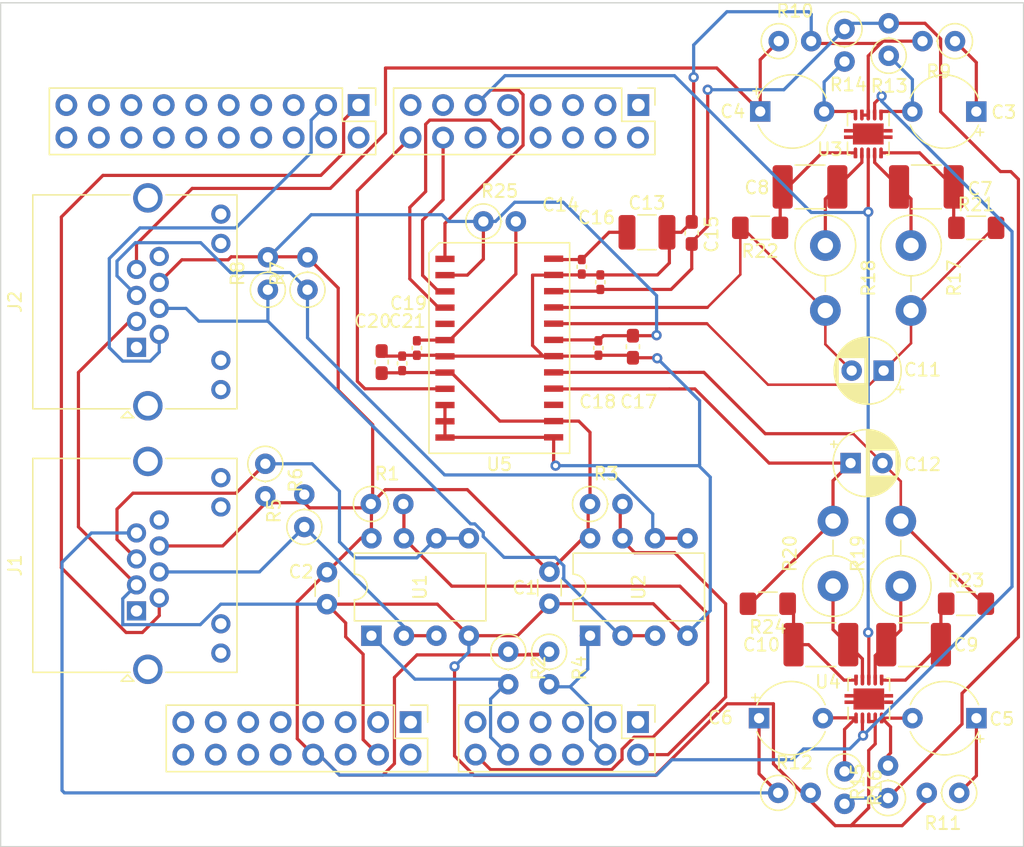
<source format=kicad_pcb>
(kicad_pcb (version 20211014) (generator pcbnew)
  (layers (0 "F.Cu" signal) (31 "B.Cu" signal) (34 "B.Paste" user) (35 "F.Paste" user) (36 "B.SilkS" user "B.Silkscreen") (37 "F.SilkS" user "F.Silkscreen") (38 "B.Mask" user) (39 "F.Mask" user) (44 "Edge.Cuts" user))
  (net 0 "")
  (net 1 "GND")
  (net 2 "/D7")
  (net 3 "+5V")
  (net 4 "/D6")
  (net 5 "/A6B")
  (net 6 "/A7B")
  (net 7 "/A8B")
  (net 8 "/A9B")
  (net 9 "/A10B")
  (net 10 "J2_Audio")
  (net 11 "/A11B")
  (net 12 "/P3V3")
  (net 13 "/A12B")
  (net 14 "/A13B")
  (net 15 "/A5B")
  (net 16 "/A4B")
  (net 17 "/A3")
  (net 18 "/A3B")
  (net 19 "/A2")
  (net 20 "/A2B")
  (net 21 "/A1B")
  (net 22 "/A0B")
  (net 23 "J1_Audio")
  (net 24 "AINR-")
  (net 25 "/D0B")
  (net 26 "/D0")
  (net 27 "/D1B")
  (net 28 "/D1")
  (net 29 "/D2B")
  (net 30 "/D2")
  (net 31 "/D3B")
  (net 32 "/D3")
  (net 33 "AINR+")
  (net 34 "/D4")
  (net 35 "/D5B")
  (net 36 "AINL+")
  (net 37 "AINL-")
  (net 38 "A5")
  (net 39 "A4")
  (net 40 "A1")
  (net 41 "A0")
  (net 42 "SDA1")
  (net 43 "SCL1")
  (net 44 "SCL2")
  (net 45 "SDA2")
  (net 50 "Net-(C3-Pad2)")
  (net 51 "Net-(C4-Pad2)")
  (net 52 "Net-(C5-Pad2)")
  (net 53 "Net-(C6-Pad2)")
  (net 54 "Net-(C7-Pad1)")
  (net 55 "Net-(C7-Pad2)")
  (net 56 "Net-(C8-Pad1)")
  (net 57 "Net-(C8-Pad2)")
  (net 58 "Net-(C9-Pad1)")
  (net 59 "Net-(C9-Pad2)")
  (net 60 "Net-(C10-Pad1)")
  (net 61 "Net-(C10-Pad2)")
  (net 62 "D8")
  (net 63 "D9")
  (net 64 "Net-(C13-Pad1)")
  (net 65 "D5")
  (net 68 "D6B")
  (net 69 "/AD8")
  (net 70 "/AD9")
  (net 71 "/D10")
  (net 72 "/AD10")
  (net 73 "/D11")
  (net 74 "/AD11")
  (net 75 "/D12")
  (net 76 "/AD12")
  (net 77 "/D13")
  (net 78 "/AD13")
  (net 79 "/AD14")
  (net 80 "/AREF")
  (net 81 "/D14")
  (net 82 "/AD16")
  (net 83 "/D15")
  (net 84 "/AD17")
  (net 85 "D7B")
  (net 86 "VQ")
  (net 87 "Net-(C3-Pad1)")
  (net 88 "Net-(C5-Pad1)")
  (net 93 "D4B")
  (net 95 "/VD")
  (net 96 "/MCLK")
  (net 97 "/OVFL")
  (footprint "Package_DIP:DIP-8_W7.62mm" (layer "F.Cu") (at 118.1 111.5 90)
    (fp_text reference "U2")
    (fp_text value "P82B96")
  )
  (footprint "Resistor_THT:R_Axial_DIN0207_L6.3mm_D2.5mm_P2.54mm_Vertical" (layer "F.Cu") (at 138 122.11 -90)
    (fp_text reference "R16")
    (fp_text value "10k")
  )
  (footprint "Package_DIP:DIP-8_W7.62mm" (layer "F.Cu") (at 101 111.5 90)
    (fp_text reference "U1")
    (fp_text value "P82B96")
  )
  (footprint "Resistor_SMD:R_1206_3216Metric_Pad1.30x1.75mm_HandSolder" (layer "F.Cu") (at 131.4 79.6 180)
    (fp_text reference "R22")
    (fp_text value "634")
  )
  (footprint "Capacitor_THT:CP_Radial_Tantal_D5.5mm_P5.00mm" (layer "F.Cu") (at 148.315 117.95 180)
    (fp_text reference "C5")
    (fp_text value "10 uF")
  )
  (footprint "Package_SON:Texas_S-PVSON-N10" (layer "F.Cu") (at 139.9 116.45 90)
    (fp_text reference "U4")
    (fp_text value "OPA1622")
  )
  (footprint "Capacitor_SMD:C_0402_1005Metric_Pad0.74x0.62mm_HandSolder" (layer "F.Cu") (at 118.75 89 90)
    (fp_text reference "C18")
    (fp_text value "0.01uF")
  )
  (footprint "Capacitor_SMD:C_1812_4532Metric_Pad1.57x3.40mm_HandSolder" (layer "F.Cu") (at 135.3 76.4 180)
    (fp_text reference "C8")
    (fp_text value "COG 470pF")
  )
  (footprint "Resistor_THT:R_Axial_DIN0207_L6.3mm_D2.5mm_P2.54mm_Vertical" (layer "F.Cu") (at 92.9 84.445 90)
    (fp_text reference "R8")
    (fp_text value "5K1")
  )
  (footprint "Capacitor_SMD:C_1812_4532Metric_Pad1.57x3.40mm_HandSolder" (layer "F.Cu") (at 136.15 112.2 180)
    (fp_text reference "C10")
    (fp_text value "COG 470pF")
  )
  (footprint "Resistor_THT:R_Axial_DIN0207_L6.3mm_D2.5mm_P2.54mm_Vertical" (layer "F.Cu") (at 138 64.055 -90)
    (fp_text reference "R14")
    (fp_text value "10k")
  )
  (footprint "Resistor_THT:R_Axial_DIN0414_L11.9mm_D4.5mm_P5.08mm_Vertical" (layer "F.Cu") (at 137.1 107.615 90)
    (fp_text reference "R20")
    (fp_text value "91")
  )
  (footprint "NewLib:SOIC-24" (layer "F.Cu") (at 111 89 -90)
    (fp_text reference "U5")
    (fp_text value "CS5381K")
  )
  (footprint "Connector_RJ:RJ45_Amphenol_RJHSE538X" (layer "F.Cu") (at 82.625 88.95 90)
    (fp_text reference "J2")
    (fp_text value "RJ45")
  )
  (footprint "Resistor_THT:R_Axial_DIN0207_L6.3mm_D2.5mm_P2.54mm_Vertical" (layer "F.Cu") (at 100.955 101.2)
    (fp_text reference "R1")
    (fp_text value "330")
  )
  (footprint "Resistor_THT:R_Axial_DIN0207_L6.3mm_D2.5mm_P2.54mm_Vertical" (layer "F.Cu") (at 141.45625 66.145 90)
    (fp_text reference "R13")
    (fp_text value "10k")
  )
  (footprint "Capacitor_SMD:C_0402_1005Metric_Pad0.74x0.62mm_HandSolder" (layer "F.Cu") (at 118.9 83.85 -90)
    (fp_text reference "C16")
    (fp_text value "0.01uF")
  )
  (footprint "Capacitor_SMD:C_1812_4532Metric_Pad1.57x3.40mm_HandSolder" (layer "F.Cu") (at 144.4 76.4)
    (fp_text reference "C7")
    (fp_text value "COG 470pF")
  )
  (footprint "Connector_PinHeader_2.54mm:PinHeader_2x06_P2.54mm_Vertical" (layer "F.Cu") (at 121.844 118.26 -90)
    (fp_text reference "J4" hide)
    (fp_text value "J4")
  )
  (footprint "Capacitor_THT:C_Disc_D3.0mm_W1.6mm_P2.50mm" (layer "F.Cu") (at 114.92 106.5 -90)
    (fp_text reference "C1")
    (fp_text value "C")
  )
  (footprint "Resistor_THT:R_Axial_DIN0414_L11.9mm_D4.5mm_P5.08mm_Vertical" (layer "F.Cu") (at 142.4 107.615 90)
    (fp_text reference "R19")
    (fp_text value "91")
  )
  (footprint "Resistor_THT:R_Axial_DIN0207_L6.3mm_D2.5mm_P2.54mm_Vertical" (layer "F.Cu") (at 118.095 101.2)
    (fp_text reference "R3")
    (fp_text value "330")
  )
  (footprint "Capacitor_SMD:C_1812_4532Metric_Pad1.57x3.40mm_HandSolder" (layer "F.Cu") (at 143.4 112.2)
    (fp_text reference "C9")
    (fp_text value "COG 470pF")
  )
  (footprint "Capacitor_SMD:C_1210_3225Metric_Pad1.33x2.70mm_HandSolder" (layer "F.Cu") (at 122.55 79.95)
    (fp_text reference "C13")
    (fp_text value "220uF")
  )
  (footprint "Resistor_SMD:R_1206_3216Metric_Pad1.30x1.75mm_HandSolder" (layer "F.Cu") (at 132 109 180)
    (fp_text reference "R24")
    (fp_text value "634")
  )
  (footprint "Capacitor_SMD:C_0402_1005Metric_Pad0.74x0.62mm_HandSolder" (layer "F.Cu") (at 104.55 89 -90)
    (fp_text reference "C19")
    (fp_text value "0.01uF")
  )
  (footprint "Resistor_THT:R_Axial_DIN0207_L6.3mm_D2.5mm_P2.54mm_Vertical" (layer "F.Cu") (at 146.64 65 180)
    (fp_text reference "R9")
    (fp_text value "100k")
  )
  (footprint "Capacitor_SMD:C_0603_1608Metric_Pad1.08x0.95mm_HandSolder" (layer "F.Cu") (at 126.05 80 90)
    (fp_text reference "C15")
    (fp_text value "1uF")
  )
  (footprint "Capacitor_SMD:C_0402_1005Metric_Pad0.74x0.62mm_HandSolder" (layer "F.Cu") (at 117.45 82.65 -90)
    (fp_text reference "C14")
    (fp_text value "0.01uF")
  )
  (footprint "Capacitor_SMD:C_0402_1005Metric_Pad0.74x0.62mm_HandSolder" (layer "F.Cu") (at 103.4 90.2 -90)
    (fp_text reference "C21")
    (fp_text value "0.01uF")
  )
  (footprint "Connector_PinHeader_2.54mm:PinHeader_2x10_P2.54mm_Vertical" (layer "F.Cu") (at 100 70 -90)
    (fp_text reference "J5" hide)
    (fp_text value "J2")
  )
  (footprint "Connector_RJ:RJ45_Amphenol_RJHSE538X" (layer "F.Cu") (at 82.625 109.56 90)
    (fp_text reference "J1")
    (fp_text value "RJ45")
  )
  (footprint "Capacitor_THT:C_Disc_D3.0mm_W1.6mm_P2.50mm" (layer "F.Cu") (at 97.52 106.534 -90)
    (fp_text reference "C2")
    (fp_text value "C")
  )
  (footprint "Package_SON:Texas_S-PVSON-N10" (layer "F.Cu") (at 139.85625 72.25875 -90)
    (fp_text reference "U3")
    (fp_text value "OPA1622")
  )
  (footprint "Resistor_THT:R_Axial_DIN0207_L6.3mm_D2.5mm_P2.54mm_Vertical" (layer "F.Cu") (at 111.7 112.755 -90)
    (fp_text reference "R2")
    (fp_text value "330")
  )
  (footprint "Resistor_THT:R_Axial_DIN0207_L6.3mm_D2.5mm_P2.54mm_Vertical" (layer "F.Cu") (at 114.9 112.755 -90)
    (fp_text reference "R4")
    (fp_text value "330")
  )
  (footprint "Connector_PinHeader_2.54mm:PinHeader_2x08_P2.54mm_Vertical" (layer "F.Cu") (at 121.844 70 -90)
    (fp_text reference "J6" hide)
    (fp_text value "J1")
  )
  (footprint "Resistor_THT:R_Axial_DIN0414_L11.9mm_D4.5mm_P5.08mm_Vertical" (layer "F.Cu") (at 143.2 80.985 -90)
    (fp_text reference "R17")
    (fp_text value "91")
  )
  (footprint "Capacitor_SMD:C_0603_1608Metric_Pad1.08x0.95mm_HandSolder" (layer "F.Cu") (at 121.45 88.9 -90)
    (fp_text reference "C17")
    (fp_text value "1uF")
  )
  (footprint "Capacitor_SMD:C_0603_1608Metric_Pad1.08x0.95mm_HandSolder" (layer "F.Cu") (at 101.8 90.1 90)
    (fp_text reference "C20")
    (fp_text value "1uF")
  )
  (footprint "Capacitor_THT:CP_Radial_Tantal_D5.5mm_P5.00mm" (layer "F.Cu") (at 131.315 117.95)
    (fp_text reference "C6")
    (fp_text value "10 uF")
  )
  (footprint "Resistor_THT:R_Axial_DIN0207_L6.3mm_D2.5mm_P2.54mm_Vertical" (layer "F.Cu") (at 132.855 65)
    (fp_text reference "R10")
    (fp_text value "100k")
  )
  (footprint "Resistor_THT:R_Axial_DIN0207_L6.3mm_D2.5mm_P2.54mm_Vertical" (layer "F.Cu") (at 92.7 98.055 -90)
    (fp_text reference "R6")
    (fp_text value "5K1")
  )
  (footprint "Capacitor_THT:CP_Radial_D5.0mm_P2.50mm" (layer "F.Cu") (at 141.060226 90.768974 180)
    (fp_text reference "C11")
    (fp_text value "2700pF")
  )
  (footprint "Capacitor_THT:CP_Radial_D5.0mm_P2.50mm" (layer "F.Cu") (at 138.47444 98)
    (fp_text reference "C12")
    (fp_text value "2700pF")
  )
  (footprint "Resistor_THT:R_Axial_DIN0207_L6.3mm_D2.5mm_P2.54mm_Vertical" (layer "F.Cu") (at 132.81 123.7925)
    (fp_text reference "R12")
    (fp_text value "100k")
  )
  (footprint "Resistor_THT:R_Axial_DIN0207_L6.3mm_D2.5mm_P2.54mm_Vertical" (layer "F.Cu") (at 141.4 124.2 90)
    (fp_text reference "R15")
    (fp_text value "10k")
  )
  (footprint "Capacitor_THT:CP_Radial_Tantal_D5.5mm_P5.00mm" (layer "F.Cu") (at 131.40625 70.5)
    (fp_text reference "C4")
    (fp_text value "10 uF")
  )
  (footprint "Resistor_THT:R_Axial_DIN0207_L6.3mm_D2.5mm_P2.54mm_Vertical" (layer "F.Cu") (at 109.755 79.1)
    (fp_text reference "R25")
    (fp_text value "5k1")
  )
  (footprint "Resistor_THT:R_Axial_DIN0414_L11.9mm_D4.5mm_P5.08mm_Vertical" (layer "F.Cu") (at 136.5 80.985 -90)
    (fp_text reference "R18")
    (fp_text value "91")
  )
  (footprint "Capacitor_THT:CP_Radial_Tantal_D5.5mm_P5.00mm" (layer "F.Cu") (at 148.30625 70.50875 180)
    (fp_text reference "C3")
    (fp_text value "10 uF")
  )
  (footprint "Connector_PinHeader_2.54mm:PinHeader_2x08_P2.54mm_Vertical" (layer "F.Cu") (at 104.064 118.26 -90)
    (fp_text reference "J3" hide)
    (fp_text value "J3")
  )
  (footprint "Resistor_SMD:R_1206_3216Metric_Pad1.30x1.75mm_HandSolder" (layer "F.Cu") (at 147.5 109)
    (fp_text reference "R23")
    (fp_text value "634")
  )
  (footprint "Resistor_SMD:R_1206_3216Metric_Pad1.30x1.75mm_HandSolder" (layer "F.Cu") (at 148.3 79.6)
    (fp_text reference "R21")
    (fp_text value "634")
  )
  (footprint "Resistor_THT:R_Axial_DIN0207_L6.3mm_D2.5mm_P2.54mm_Vertical" (layer "F.Cu") (at 146.97 123.7925 180)
    (fp_text reference "R11")
    (fp_text value "100k")
  )
  (footprint "Resistor_THT:R_Axial_DIN0207_L6.3mm_D2.5mm_P2.54mm_Vertical" (layer "F.Cu") (at 95.75 103 90)
    (fp_text reference "R5")
    (fp_text value "5K1")
  )
  (footprint "Resistor_THT:R_Axial_DIN0207_L6.3mm_D2.5mm_P2.54mm_Vertical" (layer "F.Cu") (at 96 84.445 90)
    (fp_text reference "R7")
    (fp_text value "5K1")
  )
  (gr_rect (start 72 62) (end 152 128) (layer "Edge.Cuts") (width 0.1) (fill none))
  (segment (start 139.89 124.422069) (end 139.89 120.4725) (width 0.25) (layer "F.Cu") (net 1))
  (segment (start 113.6 83.3) (end 113.6 88.8) (width 0.25) (layer "F.Cu") (net 1))
  (segment (start 140.830259 65.18) (end 135.575 65.18) (width 0.25) (layer "F.Cu") (net 1))
  (segment (start 137.2725 126.355) (end 137.15875 126.24125) (width 0.25) (layer "F.Cu") (net 1))
  (segment (start 115.25 95.985) (end 106.765 95.985) (width 0.25) (layer "F.Cu") (net 1))
  (segment (start 106.765 95.985) (end 106.75 96) (width 0.25) (layer "F.Cu") (net 1))
  (segment (start 98.984 111.584) (end 98.984 110.498) (width 0.25) (layer "F.Cu") (net 1))
  (segment (start 78.084999 102.987999) (end 78.084999 90.911572) (width 0.25) (layer "F.Cu") (net 1))
  (segment (start 135.575 65.18) (end 135.395 65) (width 0.25) (layer "F.Cu") (net 1))
  (segment (start 124.3 82.35) (end 124.3 80.1375) (width 0.25) (layer "F.Cu") (net 1))
  (segment (start 125.2375 79.95) (end 126.05 79.1375) (width 0.25) (layer "F.Cu") (net 1))
  (segment (start 106.765 89.635) (end 106.75 89.65) (width 0.25) (layer "F.Cu") (net 1))
  (segment (start 140.4 118.21) (end 139.9 118.21) (width 0.25) (layer "F.Cu") (net 1))
  (segment (start 104.55 89.5675) (end 106.6675 89.5675) (width 0.25) (layer "F.Cu") (net 1))
  (segment (start 139.85625 70.49875) (end 139.85625 66.154009) (width 0.25) (layer "F.Cu") (net 1))
  (segment (start 104.55 89.5675) (end 103.465 89.5675) (width 0.25) (layer "F.Cu") (net 1))
  (segment (start 141.010259 65) (end 144.1 65) (width 0.25) (layer "F.Cu") (net 1))
  (segment (start 140.4 119.9625) (end 140.4 118.21) (width 0.25) (layer "F.Cu") (net 1))
  (segment (start 137.15875 126.24125) (end 132.44 121.5225) (width 0.25) (layer "F.Cu") (net 1))
  (segment (start 106.6675 89.5675) (end 106.75 89.65) (width 0.25) (layer "F.Cu") (net 1))
  (segment (start 115.25 89.635) (end 118.6825 89.635) (width 0.25) (layer "F.Cu") (net 1))
  (segment (start 126.2 78.9875) (end 126.05 79.1375) (width 0.25) (layer "F.Cu") (net 1))
  (segment (start 101.524 120.8) (end 100.349 119.625) (width 0.25) (layer "F.Cu") (net 1))
  (segment (start 142.5075 126.355) (end 145.07 123.7925) (width 0.25) (layer "F.Cu") (net 1))
  (segment (start 100.349 112.949) (end 98.984 111.584) (width 0.25) (layer "F.Cu") (net 1))
  (segment (start 107.5 113.9) (end 107.6 113.8) (width 0.25) (layer "F.Cu") (net 1))
  (segment (start 138.503491 126.355) (end 137.2725 126.355) (width 0.25) (layer "F.Cu") (net 1))
  (segment (start 121.255 89.5675) (end 121.45 89.7625) (width 0.25) (layer "F.Cu") (net 1))
  (segment (start 138.503491 126.355) (end 142.5075 126.355) (width 0.25) (layer "F.Cu") (net 1))
  (segment (start 139.85625 66.154009) (end 141.010259 65) (width 0.25) (layer "F.Cu") (net 1))
  (segment (start 124.1125 79.95) (end 125.2375 79.95) (width 0.25) (layer "F.Cu") (net 1))
  (segment (start 115.25 83.285) (end 123.365 83.285) (width 0.25) (layer "F.Cu") (net 1))
  (segment (start 128.811396 116.825) (end 123.211396 122.425) (width 0.25) (layer "F.Cu") (net 1))
  (segment (start 121.45 89.7625) (end 123.3125 89.7625) (width 0.25) (layer "F.Cu") (net 1))
  (segment (start 108.62 111.5) (end 112.42 111.5) (width 0.25) (layer "F.Cu") (net 1))
  (segment (start 139.886466 124.972025) (end 138.503491 126.355) (width 0.25) (layer "F.Cu") (net 1))
  (segment (start 123.211396 122.425) (end 109.025 122.425) (width 0.25) (layer "F.Cu") (net 1))
  (segment (start 139.886466 124.518534) (end 139.886466 124.972025) (width 0.25) (layer "F.Cu") (net 1))
  (segment (start 112.42 111.5) (end 114.92 109) (width 0.25) (layer "F.Cu") (net 1))
  (segment (start 123.04 109) (end 125.54 111.5) (width 0.25) (layer "F.Cu") (net 1))
  (segment (start 107.5 120.9) (end 107.5 113.9) (width 0.25) (layer "F.Cu") (net 1))
  (segment (start 115.25 95.985) (end 115.25 98.05) (width 0.25) (layer "F.Cu") (net 1))
  (segment (start 123.3125 89.7625) (end 123.35 89.8) (width 0.25) (layer "F.Cu") (net 1))
  (segment (start 141.010259 65) (end 140.830259 65.18) (width 0.25) (layer "F.Cu") (net 1))
  (segment (start 100.349 119.625) (end 100.349 112.949) (width 0.25) (layer "F.Cu") (net 1))
  (segment (start 139.89 120.4725) (end 140.4 119.9625) (width 0.25) (layer "F.Cu") (net 1))
  (segment (start 113.6 88.8) (end 114.435 89.635) (width 0.25) (layer "F.Cu") (net 1))
  (segment (start 139.35625 70.78375) (end 139.85625 70.78375) (width 0.25) (layer "F.Cu") (net 1))
  (segment (start 109.025 122.425) (end 107.5 120.9) (width 0.25) (layer "F.Cu") (net 1))
  (segment (start 115.235 83.3) (end 113.6 83.3) (width 0.25) (layer "F.Cu") (net 1))
  (segment (start 106.75 96) (end 106.75 93.46) (width 0.25) (layer "F.Cu") (net 1))
  (segment (start 114.92 109) (end 123.04 109) (width 0.25) (layer "F.Cu") (net 1))
  (segment (start 118.6825 89.635) (end 118.75 89.5675) (width 0.25) (layer "F.Cu") (net 1))
  (segment (start 106.154 109.034) (end 108.62 111.5) (width 0.25) (layer "F.Cu") (net 1))
  (segment (start 132.44 121.5225) (end 132.44 116.825) (width 0.25) (layer "F.Cu") (net 1))
  (segment (start 132.44 116.825) (end 128.811396 116.825) (width 0.25) (layer "F.Cu") (net 1))
  (segment (start 115.25 89.635) (end 106.765 89.635) (width 0.25) (layer "F.Cu") (net 1))
  (segment (start 115.25 98.05) (end 115.4 98.2) (width 0.25) (layer "F.Cu") (net 1))
  (segment (start 97.52 109.034) (end 106.154 109.034) (width 0.25) (layer "F.Cu") (net 1))
  (segment (start 102.195 89.6325) (end 101.8 89.2375) (width 0.25) (layer "F.Cu") (net 1))
  (segment (start 123.365 83.285) (end 124.3 82.35) (width 0.25) (layer "F.Cu") (net 1))
  (segment (start 82.078571 86.918) (end 82.625 86.918) (width 0.25) (layer "F.Cu") (net 1))
  (segment (start 137.15875 126.24125) (end 134.71 123.7925) (width 0.25) (layer "F.Cu") (net 1))
  (segment (start 98.984 110.498) (end 97.52 109.034) (width 0.25) (layer "F.Cu") (net 1))
  (segment (start 103.465 89.5675) (end 103.4 89.6325) (width 0.25) (layer "F.Cu") (net 1))
  (segment (start 124.3 80.1375) (end 124.1125 79.95) (width 0.25) (layer "F.Cu") (net 1))
  (segment (start 126.2 67.8245) (end 126.2 78.9875) (width 0.25) (layer "F.Cu") (net 1))
  (segment (start 115.25 83.285) (end 115.235 83.3) (width 0.25) (layer "F.Cu") (net 1))
  (segment (start 118.75 89.5675) (end 121.255 89.5675) (width 0.25) (layer "F.Cu") (net 1))
  (segment (start 103.4 89.6325) (end 102.195 89.6325) (width 0.25) (layer "F.Cu") (net 1))
  (segment (start 82.625 107.528) (end 78.084999 102.987999) (width 0.25) (layer "F.Cu") (net 1))
  (segment (start 78.084999 90.911572) (end 82.078571 86.918) (width 0.25) (layer "F.Cu") (net 1))
  (via (at 107.5 113.9) (size 0.8) (drill 0.4) (layers "F.Cu" "B.Cu") (net 1))
  (via (at 115.4 98.2) (size 0.8) (drill 0.4) (layers "F.Cu" "B.Cu") (net 1))
  (via (at 123.35 89.8) (size 0.8) (drill 0.4) (layers "F.Cu" "B.Cu") (net 1))
  (via (at 126.2 67.8245) (size 0.8) (drill 0.4) (layers "F.Cu" "B.Cu") (net 1))
  (segment (start 107.5 113.9) (end 108.62 112.78) (width 0.25) (layer "B.Cu") (net 1))
  (segment (start 115.4 98.2) (end 126.6 98.2) (width 0.25) (layer "B.Cu") (net 1))
  (segment (start 81.55 110.635) (end 87.615 110.635) (width 0.25) (layer "B.Cu") (net 1))
  (segment (start 123.35 89.8) (end 126.665 93.115) (width 0.25) (layer "B.Cu") (net 1))
  (segment (start 126.2 65.3) (end 128.8 62.7) (width 0.25) (layer "B.Cu") (net 1))
  (segment (start 108.62 112.78) (end 108.62 111.5) (width 0.25) (layer "B.Cu") (net 1))
  (segment (start 128.8 62.7) (end 135.2 62.7) (width 0.25) (layer "B.Cu") (net 1))
  (segment (start 126.665 93.115) (end 126.665 98.135) (width 0.25) (layer "B.Cu") (net 1))
  (segment (start 89.216 109.034) (end 97.52 109.034) (width 0.25) (layer "B.Cu") (net 1))
  (segment (start 126.6 98.2) (end 126.665 98.135) (width 0.25) (layer "B.Cu") (net 1))
  (segment (start 125.54 111.5) (end 127.5 109.54) (width 0.25) (layer "B.Cu") (net 1))
  (segment (start 81.55 108.603) (end 81.55 110.635) (width 0.25) (layer "B.Cu") (net 1))
  (segment (start 82.625 107.528) (end 81.55 108.603) (width 0.25) (layer "B.Cu") (net 1))
  (segment (start 126.2 67.8245) (end 126.2 65.3) (width 0.25) (layer "B.Cu") (net 1))
  (segment (start 135.2 62.7) (end 135.395 62.895) (width 0.25) (layer "B.Cu") (net 1))
  (segment (start 87.615 110.635) (end 89.216 109.034) (width 0.25) (layer "B.Cu") (net 1))
  (segment (start 127.5 109.54) (end 127.5 99.1) (width 0.25) (layer "B.Cu") (net 1))
  (segment (start 127.5 99.1) (end 126.6 98.2) (width 0.25) (layer "B.Cu") (net 1))
  (segment (start 135.395 62.895) (end 135.395 65) (width 0.25) (layer "B.Cu") (net 1))
  (segment (start 140.35625 70.78375) (end 140.35625 69.84375) (width 0.25) (layer "F.Cu") (net 3))
  (segment (start 140.35625 69.84375) (end 140.9 69.3) (width 0.25) (layer "F.Cu") (net 3))
  (segment (start 95.75 101.1) (end 92.75 101.1) (width 0.25) (layer "F.Cu") (net 3))
  (segment (start 106.75 90.92) (end 107.25 90.92) (width 0.25) (layer "F.Cu") (net 3))
  (segment (start 117.95019 103.46981) (end 114.92 106.5) (width 0.25) (layer "F.Cu") (net 3))
  (segment (start 113.2 113) (end 113.245 112.955) (width 0.25) (layer "F.Cu") (net 3))
  (segment (start 95.2 108.854) (end 97.52 106.534) (width 0.25) (layer "F.Cu") (net 3))
  (segment (start 104.56115 113) (end 102.8 114.76115) (width 0.25) (layer "F.Cu") (net 3))
  (segment (start 89.37 104.48) (end 92.929302 100.920698) (width 0.25) (layer "F.Cu") (net 3))
  (segment (start 103.5525 90.92) (end 103.4 90.7675) (width 0.25) (layer "F.Cu") (net 3))
  (segment (start 98.5 122.4) (end 96.9 120.8) (width 0.25) (layer "F.Cu") (net 3))
  (segment (start 86.175 82.1) (end 89.8 82.1) (width 0.25) (layer "F.Cu") (net 3))
  (segment (start 102.8 114.76115) (end 102.8 121.5) (width 0.25) (layer "F.Cu") (net 3))
  (segment (start 117.95019 101.303718) (end 117.95019 103.46981) (width 0.25) (layer "F.Cu") (net 3))
  (segment (start 101.095 101.5) (end 96.15 101.5) (width 0.25) (layer "F.Cu") (net 3))
  (segment (start 114 113) (end 113.2 113) (width 0.25) (layer "F.Cu") (net 3))
  (segment (start 108.5 83.3) (end 106.75 83.3) (width 0.25) (layer "F.Cu") (net 3))
  (segment (start 139.4 119.2625) (end 139.45 119.3125) (width 0.25) (layer "F.Cu") (net 3))
  (segment (start 89.37 104.48) (end 84.405 104.48) (width 0.25) (layer "F.Cu") (net 3))
  (segment (start 111.045 94.715) (end 115.25 94.715) (width 0.25) (layer "F.Cu") (net 3))
  (segment (start 89.8 82.1) (end 90.035 81.865) (width 0.25) (layer "F.Cu") (net 3))
  (segment (start 117.215 94.715) (end 115.25 94.715) (width 0.25) (layer "F.Cu") (net 3))
  (segment (start 102.8 121.5) (end 101.9 122.4) (width 0.25) (layer "F.Cu") (net 3))
  (segment (start 92.929302 100.920698) (end 92.929302 100.547906) (width 0.25) (layer "F.Cu") (net 3))
  (segment (start 95.96 81.865) (end 96 81.905) (width 0.25) (layer "F.Cu") (net 3))
  (segment (start 101 101.6) (end 101.1 101.5) (width 0.25) (layer "F.Cu") (net 3))
  (segment (start 117.54 103.88) (end 117.92 103.88) (width 0.25) (layer "F.Cu") (net 3))
  (segment (start 96 81.905) (end 98.4 84.305) (width 0.25) (layer "F.Cu") (net 3))
  (segment (start 113.245 112.955) (end 114.9 112.955) (width 0.25) (layer "F.Cu") (net 3))
  (segment (start 97.52 106.534) (end 100.174 103.88) (width 0.25) (layer "F.Cu") (net 3))
  (segment (start 121.45 88.0375) (end 123.2625 88.0375) (width 0.25) (layer "F.Cu") (net 3))
  (segment (start 119.145 88.0375) (end 118.75 88.4325) (width 0.25) (layer "F.Cu") (net 3))
  (segment (start 98.4 84.305) (end 98.4 92.3) (width 0.25) (layer "F.Cu") (net 3))
  (segment (start 90.035 81.865) (end 92.75 81.865) (width 0.25) (layer "F.Cu") (net 3))
  (segment (start 107.25 90.92) (end 111.045 94.715) (width 0.25) (layer "F.Cu") (net 3))
  (segment (start 109.755 82.045) (end 108.5 83.3) (width 0.25) (layer "F.Cu") (net 3))
  (segment (start 113.2 113) (end 104.56115 113) (width 0.25) (layer "F.Cu") (net 3))
  (segment (start 118.6825 88.365) (end 115.25 88.365) (width 0.25) (layer "F.Cu") (net 3))
  (segment (start 101 103.88) (end 101 101.6) (width 0.25) (layer "F.Cu") (net 3))
  (segment (start 139.4 118.21) (end 139.4 119.2625) (width 0.25) (layer "F.Cu") (net 3))
  (segment (start 92.75 81.865) (end 95.96 81.865) (width 0.25) (layer "F.Cu") (net 3))
  (segment (start 121.45 88.0375) (end 119.145 88.0375) (width 0.25) (layer "F.Cu") (net 3))
  (segment (start 92.929302 100.547906) (end 92.838198 100.456802) (width 0.25) (layer "F.Cu") (net 3))
  (segment (start 96.15 101.5) (end 95.75 101.1) (width 0.25) (layer "F.Cu") (net 3))
  (segment (start 96.444 120.8) (end 95.2 119.556) (width 0.25) (layer "F.Cu") (net 3))
  (segment (start 109.755 79.1) (end 109.755 82.045) (width 0.25) (layer "F.Cu") (net 3))
  (segment (start 123.2625 88.0375) (end 123.3 88) (width 0.25) (layer "F.Cu") (net 3))
  (segment (start 101.9 122.4) (end 98.5 122.4) (width 0.25) (layer "F.Cu") (net 3))
  (segment (start 101.095 94.995) (end 101.095 101.5) (width 0.25) (layer "F.Cu") (net 3))
  (segment (start 118.095 101.5) (end 118.095 95.595) (width 0.25) (layer "F.Cu") (net 3))
  (segment (start 106.75 90.92) (end 103.5525 90.92) (width 0.25) (layer "F.Cu") (net 3))
  (segment (start 118.75 88.4325) (end 118.6825 88.365) (width 0.25) (layer "F.Cu") (net 3))
  (segment (start 100.955 101.2) (end 102.08 100.075) (width 0.25) (layer "F.Cu") (net 3))
  (segment (start 98.4 92.3) (end 101.095 94.995) (width 0.25) (layer "F.Cu") (net 3))
  (segment (start 96.9 120.8) (end 96.444 120.8) (width 0.25) (layer "F.Cu") (net 3))
  (segment (start 84.405 83.87) (end 86.175 82.1) (width 0.25) (layer "F.Cu") (net 3))
  (segment (start 108.495 100.075) (end 114.92 106.5) (width 0.25) (layer "F.Cu") (net 3))
  (segment (start 103.23 90.9375) (end 103.4 90.7675) (width 0.25) (layer "F.Cu") (net 3))
  (segment (start 114.92 106.5) (end 117.54 103.88) (width 0.25) (layer "F.Cu") (net 3))
  (segment (start 102.08 100.075) (end 108.495 100.075) (width 0.25) (layer "F.Cu") (net 3))
  (segment (start 101.9 90.9375) (end 103.23 90.9375) (width 0.25) (layer "F.Cu") (net 3))
  (segment (start 100.174 103.88) (end 101 103.88) (width 0.25) (layer "F.Cu") (net 3))
  (segment (start 92.1 100.355) (end 92.479302 100.734302) (width 0.25) (layer "F.Cu") (net 3))
  (segment (start 95.2 119.556) (end 95.2 108.854) (width 0.25) (layer "F.Cu") (net 3))
  (segment (start 118.095 95.595) (end 117.215 94.715) (width 0.25) (layer "F.Cu") (net 3))
  (via (at 139.45 119.3125) (size 0.8) (drill 0.4) (layers "F.Cu" "B.Cu") (net 3))
  (via (at 123.3 88) (size 0.8) (drill 0.4) (layers "F.Cu" "B.Cu") (net 3))
  (via (at 140.9 69.3) (size 0.8) (drill 0.4) (layers "F.Cu" "B.Cu") (net 3))
  (segment (start 96.288604 78.575) (end 106.525 78.575) (width 0.25) (layer "B.Cu") (net 3))
  (segment (start 110.704009 79.1) (end 112.204009 77.6) (width 0.25) (layer "B.Cu") (net 3))
  (segment (start 134.797931 120.355) (end 138.4075 120.355) (width 0.25) (layer "B.Cu") (net 3))
  (segment (start 106.525 78.575) (end 107.05 79.1) (width 0.25) (layer "B.Cu") (net 3))
  (segment (start 98.5 122.4) (end 123.3 122.4) (width 0.25) (layer "B.Cu") (net 3))
  (segment (start 151.1 107.6625) (end 139.45 119.3125) (width 0.25) (layer "B.Cu") (net 3))
  (segment (start 123.3 122.4) (end 124.5 121.2) (width 0.25) (layer "B.Cu") (net 3))
  (segment (start 96.9 120.8) (end 98.5 122.4) (width 0.25) (layer "B.Cu") (net 3))
  (segment (start 96.444 120.8) (end 96.9 120.8) (width 0.25) (layer "B.Cu") (net 3))
  (segment (start 107.05 79.1) (end 110.704009 79.1) (width 0.25) (layer "B.Cu") (net 3))
  (segment (start 138.4075 120.355) (end 139.45 119.3125) (width 0.25) (layer "B.Cu") (net 3))
  (segment (start 140.9 69.3) (end 140.9 69.693491) (width 0.25) (layer "B.Cu") (net 3))
  (segment (start 123.3 84.9) (end 123.3 88) (width 0.25) (layer "B.Cu") (net 3))
  (segment (start 133.952931 121.2) (end 134.797931 120.355) (width 0.25) (layer "B.Cu") (net 3))
  (segment (start 116 77.6) (end 123.3 84.9) (width 0.25) (layer "B.Cu") (net 3))
  (segment (start 140.9 69.693491) (end 151.1 79.893491) (width 0.25) (layer "B.Cu") (net 3))
  (segment (start 124.5 121.2) (end 133.952931 121.2) (width 0.25) (layer "B.Cu") (net 3))
  (segment (start 92.75 82.113604) (end 96.288604 78.575) (width 0.25) (layer "B.Cu") (net 3))
  (segment (start 112.204009 77.6) (end 116 77.6) (width 0.25) (layer "B.Cu") (net 3))
  (segment (start 151.1 79.893491) (end 151.1 107.6625) (width 0.25) (layer "B.Cu") (net 3))
  (segment (start 97.782396 76.517604) (end 102.1 72.2) (width 0.25) (layer "F.Cu") (net 10))
  (segment (start 132.855 65) (end 131.40625 66.44875) (width 0.25) (layer "F.Cu") (net 10))
  (segment (start 131.40625 66.44875) (end 131.40625 70.75875) (width 0.25) (layer "F.Cu") (net 10))
  (segment (start 82.625 82.854) (end 82.625 80.875) (width 0.25) (layer "F.Cu") (net 10))
  (segment (start 102.1 72.2) (end 102.1 67.1) (width 0.25) (layer "F.Cu") (net 10))
  (segment (start 82.625 80.875) (end 86.982396 76.517604) (width 0.25) (layer "F.Cu") (net 10))
  (segment (start 128.00625 67.1) (end 131.40625 70.5) (width 0.25) (layer "F.Cu") (net 10))
  (segment (start 102.1 67.1) (end 128.00625 67.1) (width 0.25) (layer "F.Cu") (net 10))
  (segment (start 86.982396 76.517604) (end 97.782396 76.517604) (width 0.25) (layer "F.Cu") (net 10))
  (segment (start 131.315 117.95) (end 131.315 122.2975) (width 0.25) (layer "F.Cu") (net 23))
  (segment (start 131.315 122.2975) (end 132.81 123.7925) (width 0.25) (layer "F.Cu") (net 23))
  (segment (start 76.8 123.6) (end 76.8 105.763429) (width 0.25) (layer "B.Cu") (net 23))
  (segment (start 76.8 105.763429) (end 79.099429 103.464) (width 0.25) (layer "B.Cu") (net 23))
  (segment (start 76.9925 123.7925) (end 76.8 123.6) (width 0.25) (layer "B.Cu") (net 23))
  (segment (start 79.099429 103.464) (end 82.625 103.464) (width 0.25) (layer "B.Cu") (net 23))
  (segment (start 132.81 123.7925) (end 76.9925 123.7925) (width 0.25) (layer "B.Cu") (net 23))
  (segment (start 141.060226 90.768974) (end 139.960226 91.868974) (width 0.2) (layer "F.Cu") (net 24))
  (segment (start 139.960226 91.868974) (end 132.018974 91.868974) (width 0.2) (layer "F.Cu") (net 24))
  (segment (start 132.018974 91.868974) (end 127.245 87.095) (width 0.2) (layer "F.Cu") (net 24))
  (segment (start 149.665 79.6) (end 143.2 86.065) (width 0.2) (layer "F.Cu") (net 24))
  (segment (start 149.85 79.6) (end 149.665 79.6) (width 0.2) (layer "F.Cu") (net 24))
  (segment (start 143.2 88.6292) (end 141.060226 90.768974) (width 0.2) (layer "F.Cu") (net 24))
  (segment (start 127.245 87.095) (end 115.25 87.095) (width 0.25) (layer "F.Cu") (net 24))
  (segment (start 143.2 86.065) (end 143.2 88.6292) (width 0.2) (layer "F.Cu") (net 24))
  (segment (start 127.275 85.825) (end 115.25 85.825) (width 0.25) (layer "F.Cu") (net 33))
  (segment (start 127.275 85.825) (end 129.85 83.25) (width 0.2) (layer "F.Cu") (net 33))
  (segment (start 136.5 88.708748) (end 138.560226 90.768974) (width 0.2) (layer "F.Cu") (net 33))
  (segment (start 136.5 86.065) (end 136.5 88.708748) (width 0.2) (layer "F.Cu") (net 33))
  (segment (start 129.85 79.6) (end 130.035 79.6) (width 0.2) (layer "F.Cu") (net 33))
  (segment (start 129.85 83.25) (end 129.85 79.6) (width 0.2) (layer "F.Cu") (net 33))
  (segment (start 130.035 79.6) (end 136.5 86.065) (width 0.2) (layer "F.Cu") (net 33))
  (segment (start 124.3 92.2) (end 115.275 92.2) (width 0.25) (layer "F.Cu") (net 36))
  (segment (start 137.1 102.535) (end 137.1 99.37444) (width 0.25) (layer "F.Cu") (net 36))
  (segment (start 126.3 92.2) (end 132.1 98) (width 0.25) (layer "F.Cu") (net 36))
  (segment (start 115.275 92.2) (end 115.25 92.175) (width 0.25) (layer "F.Cu") (net 36))
  (segment (start 126.3 92.2) (end 124.3 92.2) (width 0.25) (layer "F.Cu") (net 36))
  (segment (start 130.635 109) (end 137.1 102.535) (width 0.25) (layer "F.Cu") (net 36))
  (segment (start 130.45 109) (end 130.635 109) (width 0.2) (layer "F.Cu") (net 36))
  (segment (start 137.1 99.37444) (end 138.47444 98) (width 0.25) (layer "F.Cu") (net 36))
  (segment (start 132.1 98) (end 138.47444 98) (width 0.25) (layer "F.Cu") (net 36))
  (segment (start 127.005 90.905) (end 125.845 90.905) (width 0.25) (layer "F.Cu") (net 37))
  (segment (start 142.4 102.535) (end 142.4 99.42556) (width 0.2) (layer "F.Cu") (net 37))
  (segment (start 149.05 109) (end 148.865 109) (width 0.2) (layer "F.Cu") (net 37))
  (segment (start 138.67444 95.7) (end 131.8 95.7) (width 0.25) (layer "F.Cu") (net 37))
  (segment (start 140.97444 98) (end 138.67444 95.7) (width 0.2) (layer "F.Cu") (net 37))
  (segment (start 142.4 99.42556) (end 140.97444 98) (width 0.2) (layer "F.Cu") (net 37))
  (segment (start 131.8 95.7) (end 127.005 90.905) (width 0.25) (layer "F.Cu") (net 37))
  (segment (start 115.25 90.905) (end 125.845 90.905) (width 0.25) (layer "F.Cu") (net 37))
  (segment (start 148.865 109) (end 142.4 102.535) (width 0.25) (layer "F.Cu") (net 37))
  (segment (start 124.705 105.005) (end 121.585 105.005) (width 0.25) (layer "F.Cu") (net 38))
  (segment (start 121.844 120.8) (end 124.2 120.8) (width 0.25) (layer "F.Cu") (net 38))
  (segment (start 124.2 120.8) (end 128.7 116.3) (width 0.25) (layer "F.Cu") (net 38))
  (segment (start 128.7 109) (end 124.705 105.005) (width 0.25) (layer "F.Cu") (net 38))
  (segment (start 120.46 101.675) (end 120.635 101.5) (width 0.25) (layer "F.Cu") (net 38))
  (segment (start 128.7 116.3) (end 128.7 109) (width 0.25) (layer "F.Cu") (net 38))
  (segment (start 121.585 105.005) (end 120.46 103.88) (width 0.25) (layer "F.Cu") (net 38))
  (segment (start 120.46 103.88) (end 120.46 101.675) (width 0.25) (layer "F.Cu") (net 38))
  (segment (start 117.92 114.114) (end 117.92 111.5) (width 0.25) (layer "B.Cu") (net 39))
  (segment (start 118.129 117.085) (end 116.539 115.495) (width 0.25) (layer "B.Cu") (net 39))
  (segment (start 116.539 115.495) (end 117.92 114.114) (width 0.25) (layer "B.Cu") (net 39))
  (segment (start 118.129 119.625) (end 119.304 120.8) (width 0.25) (layer "B.Cu") (net 39))
  (segment (start 116.539 115.495) (end 114.9 115.495) (width 0.25) (layer "B.Cu") (net 39))
  (segment (start 117.4 111.5) (end 117.92 111.5) (width 0.25) (layer "B.Cu") (net 39))
  (segment (start 118.129 117.085) (end 118.129 119.625) (width 0.25) (layer "B.Cu") (net 39))
  (segment (start 110.319 119.435) (end 111.684 120.8) (width 0.25) (layer "B.Cu") (net 40))
  (segment (start 110.319 116.449) (end 110.319 119.435) (width 0.25) (layer "B.Cu") (net 40))
  (segment (start 111.684 115.084) (end 111.5 114.9) (width 0.25) (layer "B.Cu") (net 40))
  (segment (start 111.684 115.084) (end 110.319 116.449) (width 0.25) (layer "B.Cu") (net 40))
  (segment (start 111.5 114.9) (end 104.4 114.9) (width 0.25) (layer "B.Cu") (net 40))
  (segment (start 104.4 114.9) (end 101 111.5) (width 0.25) (layer "B.Cu") (net 40))
  (segment (start 109.144 120.8) (end 110.319 121.975) (width 0.25) (layer "F.Cu") (net 41))
  (segment (start 103.54 101.245) (end 103.495 101.2) (width 0.25) (layer "F.Cu") (net 41))
  (segment (start 127.3 115.154) (end 127.3 109.8) (width 0.25) (layer "F.Cu") (net 41))
  (segment (start 119.790701 121.975) (end 120.6 121.165701) (width 0.25) (layer "F.Cu") (net 41))
  (segment (start 125.125 107.625) (end 127.3 109.8) (width 0.25) (layer "F.Cu") (net 41))
  (segment (start 110.319 121.975) (end 119.790701 121.975) (width 0.25) (layer "F.Cu") (net 41))
  (segment (start 107.285 107.625) (end 125.125 107.625) (width 0.25) (layer "F.Cu") (net 41))
  (segment (start 103.54 103.88) (end 107.285 107.625) (width 0.25) (layer "F.Cu") (net 41))
  (segment (start 121.547299 119.435) (end 123.019 119.435) (width 0.25) (layer "F.Cu") (net 41))
  (segment (start 103.54 103.88) (end 103.54 101.245) (width 0.25) (layer "F.Cu") (net 41))
  (segment (start 123.019 119.435) (end 127.3 115.154) (width 0.25) (layer "F.Cu") (net 41))
  (segment (start 120.6 120.382299) (end 121.547299 119.435) (width 0.25) (layer "F.Cu") (net 41))
  (segment (start 120.6 121.165701) (end 120.6 120.382299) (width 0.25) (layer "F.Cu") (net 41))
  (segment (start 103.54 111.5) (end 106.08 111.5) (width 0.25) (layer "F.Cu") (net 42))
  (segment (start 103.54 110.79) (end 95.75 103) (width 0.25) (layer "B.Cu") (net 42))
  (segment (start 103.54 111.5) (end 103.54 110.79) (width 0.25) (layer "B.Cu") (net 42))
  (segment (start 95.75 103) (end 92.238 106.512) (width 0.25) (layer "B.Cu") (net 42))
  (segment (start 92.238 106.512) (end 84.405 106.512) (width 0.25) (layer "B.Cu") (net 42))
  (segment (start 82.345 100.355) (end 90.4 100.355) (width 0.25) (layer "F.Cu") (net 43))
  (segment (start 81.1 101.6) (end 82.345 100.355) (width 0.25) (layer "F.Cu") (net 43))
  (segment (start 82.625 105.496) (end 81.1 103.971) (width 0.25) (layer "F.Cu") (net 43))
  (segment (start 81.1 103.971) (end 81.1 101.6) (width 0.25) (layer "F.Cu") (net 43))
  (segment (start 90.4 100.355) (end 92.7 98.055) (width 0.25) (layer "F.Cu") (net 43))
  (segment (start 108.62 103.88) (end 106.08 103.88) (width 0.25) (layer "B.Cu") (net 43))
  (segment (start 98.5 104.159009) (end 98.5 100.2) (width 0.25) (layer "B.Cu") (net 43))
  (segment (start 106.08 103.88) (end 104.551 105.409) (width 0.25) (layer "B.Cu") (net 43))
  (segment (start 98.5 100.2) (end 96.355 98.055) (width 0.25) (layer "B.Cu") (net 43))
  (segment (start 104.551 105.409) (end 99.749991 105.409) (width 0.25) (layer "B.Cu") (net 43))
  (segment (start 96.355 98.055) (end 92.7 98.055) (width 0.25) (layer "B.Cu") (net 43))
  (segment (start 99.749991 105.409) (end 98.5 104.159009) (width 0.25) (layer "B.Cu") (net 43))
  (segment (start 125.54 103.88) (end 123 103.88) (width 0.25) (layer "F.Cu") (net 44))
  (segment (start 123 103.88) (end 123 101.974009) (width 0.25) (layer "B.Cu") (net 44))
  (segment (start 89.98472 83.1) (end 94.655 83.1) (width 0.25) (layer "B.Cu") (net 44))
  (segment (start 81.1 83.361) (end 81.1 82.2) (width 0.25) (layer "B.Cu") (net 44))
  (segment (start 87.64772 80.763) (end 89.98472 83.1) (width 0.25) (layer "B.Cu") (net 44))
  (segment (start 96 88.2) (end 96 84.445) (width 0.25) (layer "B.Cu") (net 44))
  (segment (start 82.625 84.886) (end 81.1 83.361) (width 0.25) (layer "B.Cu") (net 44))
  (segment (start 119.950991 98.925) (end 106.725 98.925) (width 0.25) (layer "B.Cu") (net 44))
  (segment (start 94.655 83.1) (end 96 84.445) (width 0.25) (layer "B.Cu") (net 44))
  (segment (start 123 101.974009) (end 119.950991 98.925) (width 0.25) (layer "B.Cu") (net 44))
  (segment (start 81.1 82.2) (end 82.537 80.763) (width 0.25) (layer "B.Cu") (net 44))
  (segment (start 106.725 98.925) (end 96 88.2) (width 0.25) (layer "B.Cu") (net 44))
  (segment (start 82.537 80.763) (end 87.64772 80.763) (width 0.25) (layer "B.Cu") (net 44))
  (segment (start 120.46 111.5) (end 123 111.5) (width 0.25) (layer "F.Cu") (net 45))
  (segment (start 116.045 106.034009) (end 115.385991 105.375) (width 0.25) (layer "B.Cu") (net 45))
  (segment (start 86.502 85.902) (end 84.405 85.902) (width 0.25) (layer "B.Cu") (net 45))
  (segment (start 120.46 111.5) (end 115.985495 107.025495) (width 0.25) (layer "B.Cu") (net 45))
  (segment (start 109.745 103.745) (end 109.745 103.414009) (width 0.25) (layer "B.Cu") (net 45))
  (segment (start 115.385991 105.375) (end 111.375 105.375) (width 0.25) (layer "B.Cu") (net 45))
  (segment (start 109.745 103.414009) (end 109.085991 102.755) (width 0.25) (layer "B.Cu") (net 45))
  (segment (start 92.9 86.9) (end 87.5 86.9) (width 0.25) (layer "B.Cu") (net 45))
  (segment (start 115.985495 107.025495) (end 116.045 106.965991) (width 0.25) (layer "B.Cu") (net 45))
  (segment (start 116.045 106.965991) (end 116.045 106.034009) (width 0.25) (layer "B.Cu") (net 45))
  (segment (start 87.5 86.9) (end 86.502 85.902) (width 0.25) (layer "B.Cu") (net 45))
  (segment (start 111.375 105.375) (end 109.745 103.745) (width 0.25) (layer "B.Cu") (net 45))
  (segment (start 92.9 86.9) (end 92.9 84.445) (width 0.25) (layer "B.Cu") (net 45))
  (segment (start 109.085991 102.755) (end 108.755 102.755) (width 0.25) (layer "B.Cu") (net 45))
  (segment (start 108.755 102.755) (end 92.9 86.9) (width 0.25) (layer "B.Cu") (net 45))
  (segment (start 143.29625 70.49875) (end 143.30625 70.50875) (width 0.25) (layer "F.Cu") (net 50))
  (segment (start 140.85625 70.49875) (end 143.29625 70.49875) (width 0.25) (layer "F.Cu") (net 50))
  (segment (start 143.30625 67.995) (end 141.45625 66.145) (width 0.25) (layer "B.Cu") (net 50))
  (segment (start 143.30625 70.50875) (end 143.30625 67.995) (width 0.25) (layer "B.Cu") (net 50))
  (segment (start 136.4075 70.49875) (end 136.40625 70.5) (width 0.25) (layer "F.Cu") (net 51))
  (segment (start 138.85625 70.49875) (end 136.4075 70.49875) (width 0.25) (layer "F.Cu") (net 51))
  (segment (start 138.83125 70.75875) (end 138.85625 70.78375) (width 0.25) (layer "F.Cu") (net 51))
  (segment (start 136.40625 70.5) (end 136.40625 68.18875) (width 0.25) (layer "B.Cu") (net 51))
  (segment (start 136.40625 68.18875) (end 138 66.595) (width 0.25) (layer "B.Cu") (net 51))
  (segment (start 141.6 118.625) (end 140.9 117.925) (width 0.25) (layer "F.Cu") (net 52))
  (segment (start 141.4 120.8725) (end 141.6 120.6725) (width 0.25) (layer "F.Cu") (net 52))
  (segment (start 140.925 117.95) (end 140.9 117.925) (width 0.25) (layer "F.Cu") (net 52))
  (segment (start 143.315 117.95) (end 140.925 117.95) (width 0.25) (layer "F.Cu") (net 52))
  (segment (start 141.6 120.6725) (end 141.6 118.625) (width 0.25) (layer "F.Cu") (net 52))
  (segment (start 141.4 121.66) (end 141.4 120.8725) (width 0.25) (layer "F.Cu") (net 52))
  (segment (start 138.9 117.925) (end 136.34 117.925) (width 0.25) (layer "F.Cu") (net 53))
  (segment (start 136.34 117.925) (end 136.315 117.95) (width 0.25) (layer "F.Cu") (net 53))
  (segment (start 138 122.11) (end 138 118.825) (width 0.25) (layer "F.Cu") (net 53))
  (segment (start 138 118.825) (end 138.9 117.925) (width 0.25) (layer "F.Cu") (net 53))
  (segment (start 140.35625 73.73375) (end 140.35625 74.49375) (width 0.25) (layer "F.Cu") (net 54))
  (segment (start 143.2 80.985) (end 143.2 77.3375) (width 0.25) (layer "F.Cu") (net 54))
  (segment (start 143.2 77.3375) (end 142.2625 76.4) (width 0.25) (layer "F.Cu") (net 54))
  (segment (start 140.35625 74.49375) (end 142.2625 76.4) (width 0.25) (layer "F.Cu") (net 54))
  (segment (start 146.5375 79.3875) (end 146.75 79.6) (width 0.25) (layer "F.Cu") (net 55))
  (segment (start 146.5375 76.4) (end 146.5375 79.3875) (width 0.25) (layer "F.Cu") (net 55))
  (segment (start 140.85625 73.73375) (end 143.87125 73.73375) (width 0.25) (layer "F.Cu") (net 55))
  (segment (start 143.87125 73.73375) (end 146.5375 76.4) (width 0.25) (layer "F.Cu") (net 55))
  (segment (start 139.35625 74.48125) (end 137.4375 76.4) (width 0.25) (layer "F.Cu") (net 56))
  (segment (start 139.35625 73.73375) (end 139.35625 74.48125) (width 0.25) (layer "F.Cu") (net 56))
  (segment (start 136.5 77.3375) (end 136.5 80.985) (width 0.25) (layer "F.Cu") (net 56))
  (segment (start 137.4375 76.4) (end 136.5 77.3375) (width 0.25) (layer "F.Cu") (net 56))
  (segment (start 138.85625 73.73375) (end 136.24375 73.73375) (width 0.25) (layer "F.Cu") (net 57))
  (segment (start 136.24375 73.73375) (end 132.96875 77.00875) (width 0.25) (layer "F.Cu") (net 57))
  (segment (start 132.96875 77.00875) (end 132.96875 80.12125) (width 0.25) (layer "F.Cu") (net 57))
  (segment (start 141.2625 112.2) (end 142.4 111.0625) (width 0.25) (layer "F.Cu") (net 58))
  (segment (start 140.4 113.0625) (end 141.2625 112.2) (width 0.25) (layer "F.Cu") (net 58))
  (segment (start 140.4 114.975) (end 140.4 113.0625) (width 0.25) (layer "F.Cu") (net 58))
  (segment (start 142.4 111.0625) (end 142.4 107.615) (width 0.25) (layer "F.Cu") (net 58))
  (segment (start 145.5375 112.2) (end 145.5375 109.4125) (width 0.25) (layer "F.Cu") (net 59))
  (segment (start 142.7625 114.975) (end 145.5375 112.2) (width 0.25) (layer "F.Cu") (net 59))
  (segment (start 140.9 114.975) (end 142.7625 114.975) (width 0.25) (layer "F.Cu") (net 59))
  (segment (start 145.5375 109.4125) (end 145.95 109) (width 0.25) (layer "F.Cu") (net 59))
  (segment (start 139.4 114.69) (end 139.4 113.3125) (width 0.25) (layer "F.Cu") (net 60))
  (segment (start 139.4 113.3125) (end 138.2875 112.2) (width 0.25) (layer "F.Cu") (net 60))
  (segment (start 137.1 111.0125) (end 137.1 107.615) (width 0.25) (layer "F.Cu") (net 60))
  (segment (start 138.2875 112.2) (end 137.1 111.0125) (width 0.25) (layer "F.Cu") (net 60))
  (segment (start 134.0125 109.4625) (end 133.55 109) (width 0.25) (layer "F.Cu") (net 61))
  (segment (start 135.1875 112.2) (end 134.0125 112.2) (width 0.25) (layer "F.Cu") (net 61))
  (segment (start 134.0125 112.2) (end 134.0125 109.4625) (width 0.25) (layer "F.Cu") (net 61))
  (segment (start 137.9625 114.975) (end 135.1875 112.2) (width 0.25) (layer "F.Cu") (net 61))
  (segment (start 138.9 114.975) (end 137.9625 114.975) (width 0.25) (layer "F.Cu") (net 61))
  (segment (start 76.75 106.186571) (end 76.75 78.75) (width 0.25) (layer "F.Cu") (net 62))
  (segment (start 84.405 109.93) (end 83.085 111.25) (width 0.25) (layer "F.Cu") (net 62))
  (segment (start 84.405 108.544) (end 84.405 109.93) (width 0.25) (layer "F.Cu") (net 62))
  (segment (start 76.75 78.75) (end 80 75.5) (width 0.25) (layer "F.Cu") (net 62))
  (segment (start 83.085 111.25) (end 81.813429 111.25) (width 0.25) (layer "F.Cu") (net 62))
  (segment (start 81.813429 111.25) (end 76.75 106.186571) (width 0.25) (layer "F.Cu") (net 62))
  (segment (start 80 75.5) (end 97.04 75.5) (width 0.25) (layer "F.Cu") (net 62))
  (segment (start 97.04 75.5) (end 98.825 73.715) (width 0.25) (layer "F.Cu") (net 62))
  (segment (start 98.825 73.715) (end 98.825 71.175) (width 0.25) (layer "F.Cu") (net 62))
  (segment (start 98.825 71.175) (end 100 70) (width 0.25) (layer "F.Cu") (net 62))
  (segment (start 80.5 88.975) (end 80.5 82) (width 0.25) (layer "B.Cu") (net 63))
  (segment (start 84.405 89.32) (end 83.7 90.025) (width 0.25) (layer "B.Cu") (net 63))
  (segment (start 83.7 90.025) (end 81.55 90.025) (width 0.25) (layer "B.Cu") (net 63))
  (segment (start 82.895 79.605) (end 90.395 79.605) (width 0.25) (layer "B.Cu") (net 63))
  (segment (start 96.285 71.175) (end 97.46 70) (width 0.25) (layer "B.Cu") (net 63))
  (segment (start 84.405 87.934) (end 84.405 89.32) (width 0.25) (layer "B.Cu") (net 63))
  (segment (start 90.395 79.605) (end 96.285 73.715) (width 0.25) (layer "B.Cu") (net 63))
  (segment (start 80.5 82) (end 82.895 79.605) (width 0.25) (layer "B.Cu") (net 63))
  (segment (start 81.55 90.025) (end 80.5 88.975) (width 0.25) (layer "B.Cu") (net 63))
  (segment (start 96.285 73.715) (end 96.285 71.175) (width 0.25) (layer "B.Cu") (net 63))
  (segment (start 119.5825 79.95) (end 117.45 82.0825) (width 0.25) (layer "F.Cu") (net 64))
  (segment (start 120.9875 79.95) (end 119.5825 79.95) (width 0.25) (layer "F.Cu") (net 64))
  (segment (start 115.3175 82.0825) (end 115.25 82.015) (width 0.25) (layer "F.Cu") (net 64))
  (segment (start 117.45 82.0825) (end 115.3175 82.0825) (width 0.25) (layer "F.Cu") (net 64))
  (segment (start 139.9 114.69) (end 139.9 111.3) (width 0.25) (layer "F.Cu") (net 65))
  (segment (start 139.9 111.3) (end 139.84944 111.24944) (width 0.25) (layer "F.Cu") (net 65))
  (segment (start 139.85625 73.73375) (end 139.85625 78.35625) (width 0.25) (layer "F.Cu") (net 65))
  (segment (start 106.75 79.25) (end 112.859 73.141) (width 0.25) (layer "F.Cu") (net 65))
  (segment (start 112.49785 68.825) (end 110.319 68.825) (width 0.25) (layer "F.Cu") (net 65))
  (segment (start 112.859 69.18615) (end 112.49785 68.825) (width 0.25) (layer "F.Cu") (net 65))
  (segment (start 112.859 73.141) (end 112.859 69.18615) (width 0.25) (layer "F.Cu") (net 65))
  (segment (start 110.319 68.825) (end 109.144 70) (width 0.25) (layer "F.Cu") (net 65))
  (segment (start 106.75 82.03) (end 106.75 79.25) (width 0.25) (layer "F.Cu") (net 65))
  (via (at 139.85625 78.35625) (size 0.8) (drill 0.4) (layers "F.Cu" "B.Cu") (net 65))
  (via (at 139.84944 111.24944) (size 0.8) (drill 0.4) (layers "F.Cu" "B.Cu") (net 65))
  (segment (start 135.4 78.4) (end 139.8125 78.4) (width 0.25) (layer "B.Cu") (net 65))
  (segment (start 111.444 67.7) (end 124.7 67.7) (width 0.25) (layer "B.Cu") (net 65))
  (segment (start 139.85625 78.35625) (end 139.84944 78.36306) (width 0.25) (layer "B.Cu") (net 65))
  (segment (start 139.84944 78.36306) (end 139.84944 111.24944) (width 0.25) (layer "B.Cu") (net 65))
  (segment (start 109.144 70) (end 111.444 67.7) (width 0.25) (layer "B.Cu") (net 65))
  (segment (start 124.7 67.7) (end 135.4 78.4) (width 0.25) (layer "B.Cu") (net 65))
  (segment (start 139.8125 78.4) (end 139.85625 78.35625) (width 0.25) (layer "B.Cu") (net 65))
  (segment (start 105 79) (end 106.604 77.396) (width 0.25) (layer "F.Cu") (net 68))
  (segment (start 105 83.32) (end 105 79) (width 0.25) (layer "F.Cu") (net 68))
  (segment (start 106.604 77.396) (end 106.604 72.54) (width 0.25) (layer "F.Cu") (net 68))
  (segment (start 106.25 84.57) (end 105 83.32) (width 0.25) (layer "F.Cu") (net 68))
  (segment (start 106.75 84.57) (end 106.25 84.57) (width 0.25) (layer "F.Cu") (net 68))
  (segment (start 99.9 76.704) (end 104.064 72.54) (width 0.25) (layer "F.Cu") (net 85))
  (segment (start 100.49 92.19) (end 99.9 91.6) (width 0.25) (layer "F.Cu") (net 85))
  (segment (start 99.9 91.6) (end 99.9 76.704) (width 0.25) (layer "F.Cu") (net 85))
  (segment (start 106.75 92.19) (end 100.49 92.19) (width 0.25) (layer "F.Cu") (net 85))
  (segment (start 126.05 80.8625) (end 126.05 80.711827) (width 0.25) (layer "F.Cu") (net 86))
  (segment (start 151.6 111.6) (end 151.6 75.8) (width 0.25) (layer "F.Cu") (net 86))
  (segment (start 151 75.2) (end 150.2 75.2) (width 0.25) (layer "F.Cu") (net 86))
  (segment (start 126.05 82.8) (end 124.4325 84.4175) (width 0.25) (layer "F.Cu") (net 86))
  (segment (start 147.19 116.01) (end 151.6 111.6) (width 0.25) (layer "F.Cu") (net 86))
  (segment (start 145.515 64.824009) (end 144.295991 63.605) (width 0.25) (layer "F.Cu") (net 86))
  (segment (start 145.515 70.515) (end 145.515 64.824009) (width 0.25) (layer "F.Cu") (net 86))
  (segment (start 118.7625 84.555) (end 115.25 84.555) (width 0.25) (layer "F.Cu") (net 86))
  (segment (start 144.295991 63.605) (end 141.45625 63.605) (width 0.25) (layer "F.Cu") (net 86))
  (segment (start 150.2 75.2) (end 145.515 70.515) (width 0.25) (layer "F.Cu") (net 86))
  (segment (start 126.05 80.711827) (end 127.3 79.461827) (width 0.25) (layer "F.Cu") (net 86))
  (segment (start 126.05 80.8625) (end 126.05 82.8) (width 0.25) (layer "F.Cu") (net 86))
  (segment (start 141.00625 64.055) (end 141.45625 63.605) (width 0.25) (layer "F.Cu") (net 86))
  (segment (start 127.3 79.461827) (end 127.3 68.8) (width 0.25) (layer "F.Cu") (net 86))
  (segment (start 118.9 84.4175) (end 118.7625 84.555) (width 0.25) (layer "F.Cu") (net 86))
  (segment (start 141.4 124.2) (end 147.19 118.41) (width 0.25) (layer "F.Cu") (net 86))
  (segment (start 124.4325 84.4175) (end 118.9 84.4175) (width 0.25) (layer "F.Cu") (net 86))
  (segment (start 151.6 75.8) (end 151 75.2) (width 0.25) (layer "F.Cu") (net 86))
  (segment (start 147.19 118.41) (end 147.19 116.01) (width 0.25) (layer "F.Cu") (net 86))
  (via (at 127.3 68.8) (size 0.8) (drill 0.4) (layers "F.Cu" "B.Cu") (net 86))
  (segment (start 141.4 124.2) (end 138.45 124.2) (width 0.25) (layer "B.Cu") (net 86))
  (segment (start 138.45 124.2) (end 138 124.65) (width 0.25) (layer "B.Cu") (net 86))
  (segment (start 133.255 68.8) (end 138 64.055) (width 0.25) (layer "B.Cu") (net 86))
  (segment (start 138.45 63.605) (end 138 64.055) (width 0.25) (layer "B.Cu") (net 86))
  (segment (start 141.45625 63.605) (end 138.45 63.605) (width 0.25) (layer "B.Cu") (net 86))
  (segment (start 127.3 68.8) (end 133.255 68.8) (width 0.25) (layer "B.Cu") (net 86))
  (segment (start 148.30625 66.66625) (end 146.64 65) (width 0.25) (layer "F.Cu") (net 87))
  (segment (start 148.30625 70.50875) (end 148.30625 66.66625) (width 0.25) (layer "F.Cu") (net 87))
  (segment (start 148.315 122.4475) (end 146.97 123.7925) (width 0.25) (layer "F.Cu") (net 88))
  (segment (start 148.315 117.95) (end 148.315 122.4475) (width 0.25) (layer "F.Cu") (net 88))
  (segment (start 106.75 85.84) (end 106.25 85.84) (width 0.25) (layer "F.Cu") (net 93))
  (segment (start 104 83.59) (end 104 78) (width 0.25) (layer "F.Cu") (net 93))
  (segment (start 105.566149 71.175) (end 110.319 71.175) (width 0.25) (layer "F.Cu") (net 93))
  (segment (start 106.25 85.84) (end 104 83.59) (width 0.25) (layer "F.Cu") (net 93))
  (segment (start 105.239 71.502149) (end 105.566149 71.175) (width 0.25) (layer "F.Cu") (net 93))
  (segment (start 105.239 76.761) (end 105.239 71.502149) (width 0.25) (layer "F.Cu") (net 93))
  (segment (start 104 78) (end 105.239 76.761) (width 0.25) (layer "F.Cu") (net 93))
  (segment (start 110.319 71.175) (end 111.684 72.54) (width 0.25) (layer "F.Cu") (net 93))
  (segment (start 112.295 79.1) (end 112.295 83.215) (width 0.25) (layer "F.Cu") (net 95))
  (segment (start 106.75 88.38) (end 104.6025 88.38) (width 0.25) (layer "F.Cu") (net 95))
  (segment (start 112.295 83.215) (end 107.13 88.38) (width 0.25) (layer "F.Cu") (net 95))
  (segment (start 104.6025 88.38) (end 104.55 88.4325) (width 0.25) (layer "F.Cu") (net 95))
  (segment (start 107.13 88.38) (end 106.75 88.38) (width 0.25) (layer "F.Cu") (net 95))
)
</source>
